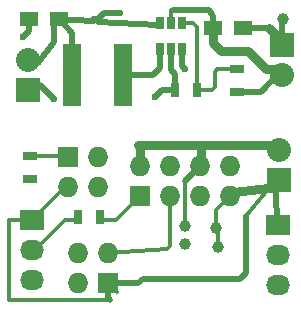
<source format=gbr>
G04 #@! TF.FileFunction,Copper,L1,Top,Signal*
%FSLAX46Y46*%
G04 Gerber Fmt 4.6, Leading zero omitted, Abs format (unit mm)*
G04 Created by KiCad (PCBNEW (after 2015-may-25 BZR unknown)-product) date 6/17/2015 12:04:09 AM*
%MOMM*%
G01*
G04 APERTURE LIST*
%ADD10C,0.100000*%
%ADD11R,1.501140X5.300980*%
%ADD12R,1.500000X1.250000*%
%ADD13R,2.032000X2.032000*%
%ADD14O,2.032000X2.032000*%
%ADD15R,1.300000X0.700000*%
%ADD16R,0.700000X1.300000*%
%ADD17R,0.650000X1.060000*%
%ADD18R,1.727200X1.727200*%
%ADD19O,1.727200X1.727200*%
%ADD20R,2.032000X1.727200*%
%ADD21O,2.032000X1.727200*%
%ADD22C,1.000000*%
%ADD23C,0.600000*%
%ADD24C,0.500000*%
%ADD25C,0.350000*%
%ADD26C,0.750000*%
%ADD27C,0.250000*%
G04 APERTURE END LIST*
D10*
D11*
X28702000Y-23749000D03*
X33020000Y-23749000D03*
D12*
X27539000Y-19050000D03*
X25039000Y-19050000D03*
X40660000Y-19812000D03*
X43160000Y-19812000D03*
D13*
X24955500Y-25019000D03*
D14*
X24955500Y-22479000D03*
D13*
X46482000Y-21209000D03*
D14*
X46482000Y-23749000D03*
D15*
X42672000Y-25207000D03*
X42672000Y-23307000D03*
D16*
X39304000Y-25019000D03*
X37404000Y-25019000D03*
D17*
X36134000Y-21547000D03*
X37084000Y-21547000D03*
X38034000Y-21547000D03*
X38034000Y-19347000D03*
X36134000Y-19347000D03*
X37084000Y-19347000D03*
D18*
X34417000Y-34036000D03*
D19*
X34417000Y-31496000D03*
X36957000Y-34036000D03*
X36957000Y-31496000D03*
X39497000Y-34036000D03*
X39497000Y-31496000D03*
X42037000Y-34036000D03*
X42037000Y-31496000D03*
D18*
X31750000Y-41402000D03*
D19*
X29210000Y-41402000D03*
X31750000Y-38862000D03*
X29210000Y-38862000D03*
D13*
X46228000Y-32639000D03*
D14*
X46228000Y-30099000D03*
D20*
X25273000Y-36068000D03*
D21*
X25273000Y-38608000D03*
X25273000Y-41148000D03*
D20*
X46101000Y-36512500D03*
D21*
X46101000Y-39052500D03*
X46101000Y-41592500D03*
D18*
X28321000Y-30734000D03*
D19*
X30861000Y-30734000D03*
X28321000Y-33274000D03*
X30861000Y-33274000D03*
D15*
X25146000Y-32573000D03*
X25146000Y-30673000D03*
D16*
X29149000Y-35814000D03*
X31049000Y-35814000D03*
D22*
X38227000Y-38100000D03*
X38227000Y-36576000D03*
X41021000Y-38354000D03*
X40894000Y-36703000D03*
D23*
X32766000Y-18542000D03*
X38227000Y-23241000D03*
X24511000Y-20574000D03*
X25039000Y-19050000D03*
X27114500Y-25781000D03*
X35687000Y-25654000D03*
D22*
X46545500Y-19050000D03*
D24*
X39497000Y-31496000D02*
X38227000Y-32766000D01*
D25*
X38227000Y-32766000D02*
X38227000Y-36576000D01*
X40894000Y-36703000D02*
X41021000Y-36830000D01*
X41021000Y-36830000D02*
X41021000Y-38354000D01*
X42037000Y-34036000D02*
X40894000Y-35179000D01*
X40894000Y-35179000D02*
X40894000Y-36703000D01*
X42418000Y-33655000D02*
X42037000Y-34036000D01*
D26*
X45974000Y-33274000D02*
X42418000Y-33655000D01*
X34417000Y-29972000D02*
X34417000Y-31496000D01*
D25*
X34163000Y-29718000D02*
X34417000Y-29972000D01*
X34290000Y-29718000D02*
X34163000Y-29718000D01*
D26*
X39624000Y-29718000D02*
X34290000Y-29718000D01*
X45212000Y-29718000D02*
X39624000Y-29718000D01*
X45974000Y-30099000D02*
X45212000Y-29718000D01*
D25*
X45974000Y-30734000D02*
X45974000Y-30099000D01*
X39624000Y-31369000D02*
X39497000Y-31496000D01*
D26*
X39624000Y-29718000D02*
X39624000Y-31369000D01*
D25*
X36957000Y-31496000D02*
X36957000Y-30861000D01*
X32512000Y-42164000D02*
X32004000Y-41656000D01*
X25908000Y-41148000D02*
X25273000Y-41148000D01*
X42037000Y-31496000D02*
X42037000Y-31750000D01*
X23368000Y-36068000D02*
X23368000Y-42799000D01*
X23368000Y-36068000D02*
X23368000Y-36068000D01*
X25273000Y-36068000D02*
X23368000Y-36068000D01*
X45974000Y-33274000D02*
X45466000Y-33274000D01*
X36703000Y-38481000D02*
X36957000Y-38227000D01*
X36957000Y-38227000D02*
X36957000Y-34036000D01*
X31750000Y-38862000D02*
X36703000Y-38481000D01*
X25908000Y-38608000D02*
X25273000Y-38608000D01*
X25654000Y-35687000D02*
X25273000Y-36068000D01*
X46037500Y-36766500D02*
X45910500Y-36893500D01*
D24*
X45974000Y-33274000D02*
X46037500Y-36766500D01*
X34671000Y-41021000D02*
X34290000Y-41402000D01*
X34290000Y-41402000D02*
X31750000Y-41402000D01*
D25*
X45466000Y-33274000D02*
X43434000Y-35687000D01*
D24*
X43434000Y-40513000D02*
X42926000Y-41021000D01*
X43434000Y-35687000D02*
X43434000Y-40513000D01*
X42926000Y-41021000D02*
X34671000Y-41021000D01*
X31750000Y-42672000D02*
X31877000Y-42799000D01*
D25*
X31877000Y-42799000D02*
X23368000Y-42799000D01*
D24*
X31750000Y-41402000D02*
X31750000Y-42672000D01*
D25*
X25273000Y-38608000D02*
X25527000Y-38608000D01*
X28260000Y-30673000D02*
X28321000Y-30734000D01*
X25146000Y-30673000D02*
X28260000Y-30673000D01*
X28067000Y-33274000D02*
X25273000Y-36068000D01*
X28321000Y-33274000D02*
X28067000Y-33274000D01*
X31303000Y-36068000D02*
X31049000Y-35814000D01*
X32385000Y-36068000D02*
X34417000Y-34036000D01*
X31303000Y-36068000D02*
X32385000Y-36068000D01*
X28895000Y-36068000D02*
X29149000Y-35814000D01*
X28067000Y-36068000D02*
X25527000Y-38608000D01*
X28895000Y-36068000D02*
X28067000Y-36068000D01*
D24*
X30480000Y-19050000D02*
X30861000Y-19050000D01*
X30861000Y-19050000D02*
X31369000Y-18542000D01*
X31369000Y-18542000D02*
X32766000Y-18542000D01*
X38227000Y-23241000D02*
X38034000Y-23048000D01*
X38034000Y-23048000D02*
X38034000Y-21547000D01*
X30861000Y-19304000D02*
X35923000Y-19558000D01*
D25*
X30480000Y-19050000D02*
X30861000Y-19177000D01*
X30861000Y-19177000D02*
X30861000Y-19304000D01*
D27*
X35923000Y-19558000D02*
X36134000Y-19347000D01*
X36093105Y-19306105D02*
X36134000Y-19347000D01*
D24*
X27178000Y-19050000D02*
X30543500Y-19240500D01*
X30543500Y-19240500D02*
X30480000Y-19050000D01*
X24955500Y-22098000D02*
X25781000Y-22733000D01*
X25781000Y-22733000D02*
X27178000Y-20975000D01*
X27178000Y-20975000D02*
X27178000Y-19050000D01*
D25*
X27539000Y-19050000D02*
X27559000Y-19050000D01*
D24*
X27559000Y-19050000D02*
X28702000Y-20193000D01*
X28702000Y-20193000D02*
X28702000Y-23749000D01*
X42672000Y-25207000D02*
X44643000Y-25207000D01*
X44643000Y-25207000D02*
X46482000Y-23368000D01*
D26*
X40660000Y-19812000D02*
X40660000Y-21102000D01*
X40660000Y-21102000D02*
X41275000Y-21717000D01*
X41275000Y-21717000D02*
X43561000Y-21717000D01*
X43561000Y-21717000D02*
X45085000Y-23241000D01*
X45085000Y-23241000D02*
X46355000Y-23241000D01*
D27*
X46355000Y-23241000D02*
X46482000Y-23368000D01*
D25*
X37084000Y-19347000D02*
X37084000Y-18288000D01*
X37084000Y-18288000D02*
X37211000Y-18288000D01*
D24*
X37211000Y-18288000D02*
X40259000Y-18288000D01*
X40259000Y-18288000D02*
X40660000Y-18816000D01*
X40660000Y-18816000D02*
X40660000Y-19812000D01*
D27*
X40660000Y-19812000D02*
X40535000Y-19812000D01*
D24*
X35560000Y-23749000D02*
X36134000Y-23175000D01*
X36134000Y-23175000D02*
X36134000Y-21547000D01*
X33020000Y-23749000D02*
X35560000Y-23749000D01*
D25*
X42672000Y-23307000D02*
X40960000Y-23307000D01*
X40960000Y-23307000D02*
X40767000Y-23500000D01*
X40767000Y-23500000D02*
X40767000Y-24765000D01*
X40767000Y-24765000D02*
X40513000Y-25019000D01*
X40513000Y-25019000D02*
X39304000Y-25019000D01*
X38034000Y-19347000D02*
X38946000Y-19347000D01*
X38946000Y-19347000D02*
X39304000Y-19705000D01*
X39304000Y-19705000D02*
X39304000Y-25019000D01*
D26*
X45339000Y-19812000D02*
X46355000Y-20828000D01*
X46355000Y-20828000D02*
X46482000Y-20828000D01*
D24*
X25039000Y-19050000D02*
X25039000Y-20046000D01*
X25039000Y-20046000D02*
X24511000Y-20574000D01*
D27*
X24955500Y-24638000D02*
X25971500Y-24638000D01*
D24*
X25971500Y-24638000D02*
X27114500Y-25781000D01*
X43160000Y-19812000D02*
X45339000Y-19812000D01*
D25*
X45339000Y-19812000D02*
X45466000Y-19812000D01*
D27*
X45466000Y-19812000D02*
X46482000Y-20828000D01*
D24*
X37084000Y-21547000D02*
X37084000Y-23368000D01*
X37084000Y-23368000D02*
X37404000Y-23688000D01*
X37404000Y-23688000D02*
X37404000Y-25019000D01*
X37404000Y-25019000D02*
X36322000Y-25019000D01*
X36322000Y-25019000D02*
X35687000Y-25654000D01*
X46482000Y-20828000D02*
X46418500Y-19177000D01*
D25*
X46418500Y-19177000D02*
X46545500Y-19050000D01*
D27*
X45466000Y-19812000D02*
X46482000Y-20828000D01*
M02*

</source>
